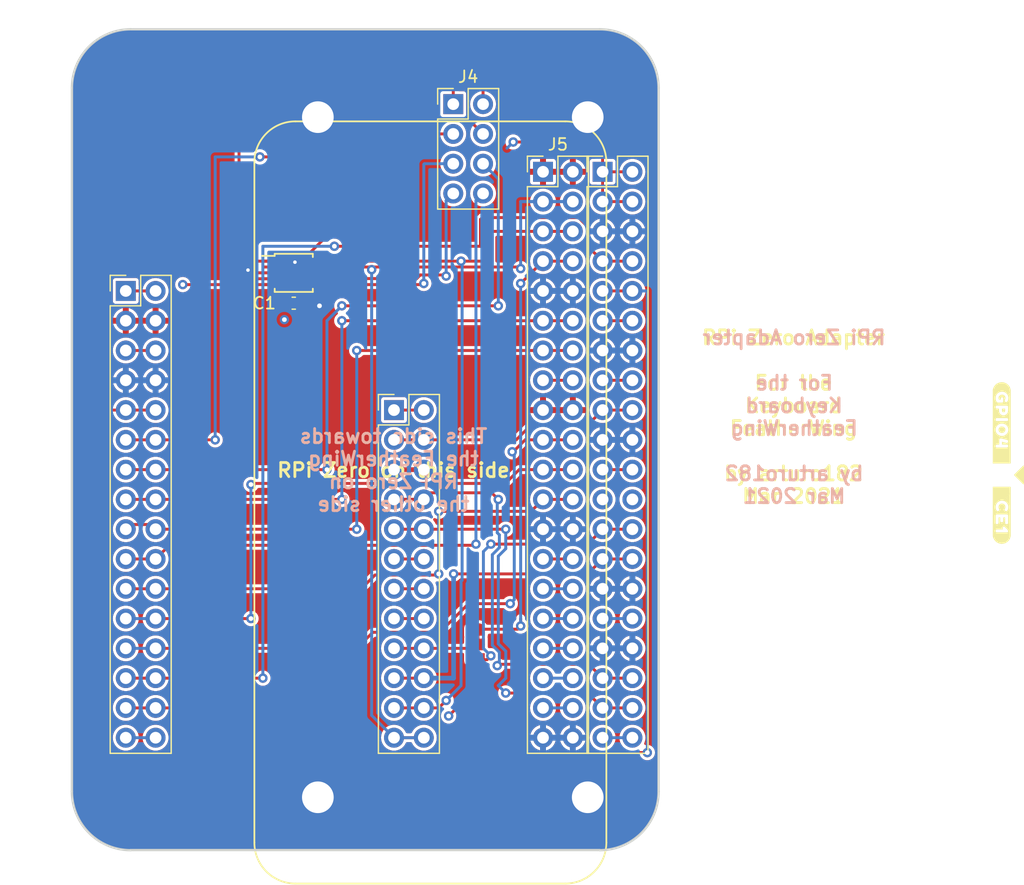
<source format=kicad_pcb>
(kicad_pcb (version 20221018) (generator pcbnew)
  (layers (0 "F.Cu" signal) (31 "B.Cu" signal) (34 "B.Paste" user) (35 "F.Paste" user) (36 "B.SilkS" user "B.Silkscreen") (37 "F.SilkS" user "F.Silkscreen") (38 "B.Mask" user) (39 "F.Mask" user) (44 "Edge.Cuts" user))
  (net 0 "")
  (net 1 "GND")
  (net 2 "+3V3")
  (net 3 "/CARD_CS")
  (net 4 "/LCD_CS")
  (net 5 "/LCD_DC")
  (net 6 "/SDA")
  (net 7 "/SCL")
  (net 8 "/NEOPIXEL")
  (net 9 "/SCK")
  (net 10 "/GPIO23")
  (net 11 "/GPIO4")
  (net 12 "/EN")
  (net 13 "/GPIO12_PWM0")
  (net 14 "/GPIO21")
  (net 15 "/COPI")
  (net 16 "/CIPO")
  (net 17 "/CE1")
  (net 18 "/GPIO22")
  (net 19 "/GPIO0")
  (net 20 "/GPIO5")
  (net 21 "/GPIO6")
  (net 22 "/GPIO13_PWM1")
  (net 23 "/GPIO19")
  (net 24 "/GPIO26")
  (net 25 "/AREF")
  (net 26 "/FA0")
  (net 27 "/FA1")
  (net 28 "/A0")
  (net 29 "/A1")
  (net 30 "/A2")
  (net 31 "/A3")
  (net 32 "/A4")
  (net 33 "/A5")
  (net 34 "/RX")
  (net 35 "/TX")
  (net 36 "/FA2")
  (net 37 "/~{RESET}")
  (net 38 "/FA5")
  (net 39 "/D4")
  (net 40 "/Vbat")
  (net 41 "+5V")
  (net 42 "/D13")
  (net 43 "/D12")
  (net 44 "/STM_CS{slash}KBD_INT")
  (net 46 "/GPIO18_PCM_CLK")
  (net 47 "/GPIO25")
  (net 48 "/GPIO8_CE0")
  (net 49 "/GPIO1_ID_SC")
  (footprint "MountingHole:MountingHole_2.7mm_M2.5" (layer "F.Cu") (at 133.96 110.49)
    (fp_text reference "REF**" hide)
    (fp_text value "MountingHole_2.7mm_M2.5")
  )
  (footprint "Package_SO:TSSOP-10_3x3mm_P0.5mm" (layer "F.Cu") (at 108.906798 65.77)
    (fp_text reference "U1" hide)
    (fp_text value "ADS1115IDGS")
  )
  (footprint "buzzardLabel" (layer "F.Cu") (at 169.25 86.25 -90)
    (fp_text reference "")
    (fp_text value "")
  )
  (footprint "Jumper:SolderJumper-3_P1.3mm_Bridged12_RoundedPad1.0x1.5mm_NumberLabels" (layer "F.Cu") (at 124.435 97.456778 -90)
    (fp_text reference "JP1" hide)
    (fp_text value "SJ_STM_KBD")
  )
  (footprint "Connector_PinHeader_2.54mm:PinHeader_2x20_P2.54mm_Vertical" (layer "F.Cu") (at 130.15 57.15)
    (fp_text reference "J5")
    (fp_text value "Conn_RPi")
  )
  (footprint "buzzardLabel" (layer "F.Cu") (at 169.25 78.75 -90)
    (fp_text reference "")
    (fp_text value "")
  )
  (footprint "Fiducial:Fiducial_0.5mm_Mask1.5mm" (layer "F.Cu") (at 94.59 111.125)
    (fp_text reference "REF**" hide)
    (fp_text value "Fiducial_0.5mm_Mask1.5mm")
  )
  (footprint "Connector_PinHeader_2.54mm:PinHeader_2x04_P2.54mm_Vertical" (layer "F.Cu") (at 122.5 51.38)
    (fp_text reference "J4")
    (fp_text value "Conn_02x04_Odd_Even")
  )
  (footprint "MountingHole:MountingHole_2.7mm_M2.5" (layer "F.Cu") (at 133.96 52.49)
    (fp_text reference "REF**" hide)
    (fp_text value "MountingHole_2.7mm_M2.5")
  )
  (footprint "Connector_PinHeader_2.54mm:PinHeader_2x16_P2.54mm_Vertical" (layer "F.Cu") (at 94.59 67.31)
    (fp_text reference "J2" hide)
    (fp_text value "Conn_Left")
  )
  (footprint "Connector_PinHeader_2.54mm:PinHeader_2x12_P2.54mm_Vertical" (layer "F.Cu") (at 117.45 77.47)
    (fp_text reference "J3" hide)
    (fp_text value "Conn_Right")
  )
  (footprint "Capacitor_SMD:C_0603_1608Metric" (layer "F.Cu") (at 108.906798 68.356778 180)
    (fp_text reference "C1")
    (fp_text value "0.1uF")
  )
  (footprint "MountingHole:MountingHole_2.7mm_M2.5" (layer "F.Cu") (at 110.96 52.49)
    (fp_text reference "REF**" hide)
    (fp_text value "MountingHole_2.7mm_M2.5")
  )
  (footprint "Connector_PinHeader_2.54mm:PinHeader_2x20_P2.54mm_Vertical" (layer "F.Cu") (at 135.23 57.15)
    (fp_text reference "J1" hide)
    (fp_text value "Conn_RPi")
  )
  (footprint "MountingHole:MountingHole_2.7mm_M2.5" (layer "F.Cu") (at 110.96 110.49)
    (fp_text reference "REF**" hide)
    (fp_text value "MountingHole_2.7mm_M2.5")
  )
  (footprint "Fiducial:Fiducial_0.5mm_Mask1.5mm" (layer "B.Cu") (at 139 92.6)
    (fp_text reference "REF**" hide)
    (fp_text value "Fiducial_0.5mm_Mask1.5mm")
  )
  (gr_poly (pts (xy 171.1 83.75) (xy 170.35 83) (xy 171.1 82.25)) (stroke (width 0.1)) (fill solid) (layer "F.SilkS"))
  (gr_arc (start 109.05 117.85) (mid 106.575126 116.824874) (end 105.55 114.35) (stroke (width 0.15)) (layer "F.SilkS"))
  (gr_line (start 132.05 52.85) (end 109.05 52.85) (stroke (width 0.15)) (layer "F.SilkS"))
  (gr_arc (start 132.05 52.85) (mid 134.524874 53.875126) (end 135.55 56.35) (stroke (width 0.15)) (layer "F.SilkS"))
  (gr_arc (start 105.55 56.35) (mid 106.575126 53.875126) (end 109.05 52.85) (stroke (width 0.15)) (layer "F.SilkS"))
  (gr_line (start 135.55 114.35) (end 135.55 56.35) (stroke (width 0.15)) (layer "F.SilkS"))
  (gr_line (start 105.55 56.35) (end 105.55 114.35) (stroke (width 0.15)) (layer "F.SilkS"))
  (gr_line (start 109.05 117.85) (end 132.05 117.85) (stroke (width 0.15)) (layer "F.SilkS"))
  (gr_arc (start 135.55 114.35) (mid 134.524874 116.824874) (end 132.05 117.85) (stroke (width 0.15)) (layer "F.SilkS"))
  (gr_line (start 90 50) (end 90 110) (stroke (width 0.2)) (layer "Edge.Cuts"))
  (gr_arc (start 95 115) (mid 91.464466 113.535534) (end 90 110) (stroke (width 0.2)) (layer "Edge.Cuts"))
  (gr_line (start 140 50) (end 140 110) (stroke (width 0.2)) (layer "Edge.Cuts"))
  (gr_arc (start 140 110) (mid 138.535534 113.535534) (end 135 115) (stroke (width 0.2)) (layer "Edge.Cuts"))
  (gr_line (start 135 114.99) (end 95 114.99) (stroke (width 0.2)) (layer "Edge.Cuts"))
  (gr_arc (start 135 45) (mid 138.535534 46.464466) (end 140 50) (stroke (width 0.2)) (layer "Edge.Cuts"))
  (gr_line (start 95 45) (end 135 45) (stroke (width 0.2)) (layer "Edge.Cuts"))
  (gr_arc (start 90 50) (mid 91.464466 46.464466) (end 95 45) (stroke (width 0.2)) (layer "Edge.Cuts"))
  (gr_text "RPi Zero Adapter\n\nFor the\nKeyboard\nFeatherWing\n\nby arturo182\nMar 2021" (at 151.55 78.054669) (layer "B.SilkS") (effects (font (size 1.2 1.2) (thickness 0.24)) (justify mirror)))
  (gr_text "This side towards\nthe FeatherWing\nRPi Zero on\nthe other side" (at 117.4 82.6) (layer "B.SilkS") (effects (font (size 1.2 1.2) (thickness 0.24)) (justify mirror)))
  (gr_text "RPi Zero Adapter\n\nFor the\nKeyboard\nFeatherWing\n\nby arturo182\nMar 2021" (at 151.5 78.054669) (layer "F.SilkS") (effects (font (size 1.2 1.2) (thickness 0.24))))
  (gr_text "RPi Zero on this side" (at 117.4 82.6) (layer "F.SilkS") (effects (font (size 1.2 1.2) (thickness 0.24))))
  (segment (start 111.1 68.58) (end 109.90502 68.58) (width 0.25) (layer "F.Cu") (net 1))
  (segment (start 106.756798 65.756778) (end 107.556798 65.756778) (width 0.25) (layer "F.Cu") (net 1))
  (segment (start 105.385 65.405) (end 105.75 65.77) (width 0.25) (layer "F.Cu") (net 1))
  (segment (start 94.59 74.93) (end 97.13 74.93) (width 0.25) (layer "F.Cu") (net 1))
  (segment (start 105.258 65.532) (end 105.385 65.405) (width 0.25) (layer "F.Cu") (net 1))
  (segment (start 106.756798 64.77) (end 105.385 64.77) (width 0.25) (layer "F.Cu") (net 1))
  (segment (start 106.756798 65.77) (end 105.655 65.77) (width 0.25) (layer "F.Cu") (net 1))
  (segment (start 137.77 72.39) (end 135.23 72.39) (width 0.25) (layer "F.Cu") (net 1))
  (segment (start 130.15 87.63) (end 132.69 87.63) (width 0.25) (layer "F.Cu") (net 1))
  (segment (start 105.385 64.77) (end 105.385 65.405) (width 0.25) (layer "F.Cu") (net 1))
  (segment (start 108.906798 64.756778) (end 109.006798 64.856778) (width 0.25) (layer "F.Cu") (net 1))
  (segment (start 105.75 65.77) (end 106.756798 65.77) (width 0.25) (layer "F.Cu") (net 1))
  (segment (start 105.004 65.532) (end 105.258 65.532) (width 0.25) (layer "F.Cu") (net 1))
  (segment (start 106.756798 64.756778) (end 108.906798 64.756778) (width 0.25) (layer "F.Cu") (net 1))
  (segment (start 109.90502 68.58) (end 109.681798 68.356778) (width 0.25) (layer "F.Cu") (net 1))
  (via (at 111.1 68.58) (size 0.8) (drill 0.4) (layers "F.Cu" "B.Cu") (net 1))
  (via (at 105.004 65.532) (size 0.6) (drill 0.3) (layers "F.Cu" "B.Cu") (net 1))
  (via (at 109.006798 64.856778) (size 0.6) (drill 0.3) (layers "F.Cu" "B.Cu") (net 1))
  (segment (start 135.23 97.79) (end 137.77 97.79) (width 0.25) (layer "B.Cu") (net 1))
  (segment (start 135.23 92.71) (end 137.77 92.71) (width 0.25) (layer "B.Cu") (net 1))
  (segment (start 135.2 72.7) (end 135.825011 72.074989) (width 0.25) (layer "B.Cu") (net 1))
  (segment (start 130.15 105.41) (end 132.69 105.41) (width 0.25) (layer "B.Cu") (net 1))
  (segment (start 110.1 65.77) (end 110.084 65.786) (width 0.25) (layer "F.Cu") (net 2))
  (segment (start 94.59 69.85) (end 97.13 69.85) (width 0.25) (layer "F.Cu") (net 2))
  (segment (start 108.106798 69.756778) (end 108.106798 68.381778) (width 0.4) (layer "F.Cu") (net 2))
  (segment (start 107.796798 69.446778) (end 108.106798 69.756778) (width 0.4) (layer "F.Cu") (net 2))
  (segment (start 111.056798 65.77) (end 110.1 65.77) (width 0.25) (layer "F.Cu") (net 2))
  (segment (start 108.106798 68.381778) (end 108.131798 68.356778) (width 0.4) (layer "F.Cu") (net 2))
  (via (at 108.106798 69.756778) (size 0.8) (drill 0.4) (layers "F.Cu" "B.Cu") (net 2))
  (segment (start 133.96 91.44) (end 122.53 91.44) (width 0.25) (layer "F.Cu") (net 3))
  (segment (start 135.23 90.17) (end 133.96 91.44) (width 0.25) (layer "F.Cu") (net 3))
  (segment (start 137.77 90.17) (end 135.23 90.17) (width 0.25) (layer "F.Cu") (net 3))
  (segment (start 116.936798 99.926778) (end 117.756798 99.926778) (width 0.25) (layer "F.Cu") (net 3))
  (segment (start 117.756798 100.33) (end 120.296798 100.33) (width 0.25) (layer "F.Cu") (net 3))
  (via (at 122.53 91.44) (size 0.8) (drill 0.4) (layers "F.Cu" "B.Cu") (net 3))
  (segment (start 122.53 100.33) (end 119.99 100.33) (width 0.4) (layer "B.Cu") (net 3))
  (segment (start 122.53 91.44) (end 122.53 100.33) (width 0.4) (layer "B.Cu") (net 3))
  (segment (start 117.756798 95.25) (end 120.296798 95.25) (width 0.25) (layer "F.Cu") (net 4))
  (segment (start 120.296798 92.71) (end 117.756798 92.71) (width 0.25) (layer "F.Cu") (net 5))
  (segment (start 116.956798 92.306778) (end 117.756798 92.306778) (width 0.25) (layer "F.Cu") (net 5))
  (segment (start 111.056798 65.256778) (end 110.331815 65.256778) (width 0.25) (layer "F.Cu") (net 6))
  (segment (start 117.756798 105.41) (end 120.296798 105.41) (width 0.25) (layer "F.Cu") (net 6))
  (segment (start 128.11 65.27) (end 111.056798 65.27) (width 0.25) (layer "F.Cu") (net 6))
  (segment (start 128.245 65.405) (end 128.11 65.27) (width 0.25) (layer "F.Cu") (net 6))
  (via (at 128.245 65.405) (size 0.8) (drill 0.4) (layers "F.Cu" "B.Cu") (net 6))
  (via (at 115.545 65.4945) (size 0.8) (drill 0.4) (layers "F.Cu" "B.Cu") (net 6))
  (segment (start 119.99 105.41) (end 117.45 105.41) (width 0.25) (layer "B.Cu") (net 6))
  (segment (start 128.245 59.69) (end 128.245 65.405) (width 0.25) (layer "B.Cu") (net 6))
  (segment (start 132.69 59.69) (end 130.15 59.69) (width 0.25) (layer "B.Cu") (net 6))
  (segment (start 132.69 59.69) (end 128.245 59.69) (width 0.25) (layer "B.Cu") (net 6))
  (segment (start 117.45 105.41) (end 115.545 103.505) (width 0.25) (layer "B.Cu") (net 6))
  (segment (start 130.15 59.69) (end 128.245 59.69) (width 0.25) (layer "B.Cu") (net 6))
  (segment (start 115.545 103.505) (end 115.545 65.4945) (width 0.25) (layer "B.Cu") (net 6))
  (segment (start 132.69 62.23) (end 125.705 62.23) (width 0.25) (layer "F.Cu") (net 7))
  (segment (start 121.26 102.87) (end 121.895 102.235) (width 0.25) (layer "F.Cu") (net 7))
  (segment (start 125.705 64.77) (end 111.056798 64.77) (width 0.25) (layer "F.Cu") (net 7))
  (segment (start 125.705 62.23) (end 125.705 64.77) (width 0.25) (layer "F.Cu") (net 7))
  (segment (start 132.69 62.23) (end 130.15 62.23) (width 0.25) (layer "F.Cu") (net 7))
  (segment (start 120.296798 102.87) (end 117.756798 102.87) (width 0.25) (layer "F.Cu") (net 7))
  (segment (start 119.99 102.87) (end 121.26 102.87) (width 0.25) (layer "F.Cu") (net 7))
  (segment (start 110.506798 64.756778) (end 111.056798 64.756778) (width 0.25) (layer "F.Cu") (net 7))
  (via (at 121.895 102.235) (size 0.8) (drill 0.4) (layers "F.Cu" "B.Cu") (net 7))
  (via (at 123.165 64.77) (size 0.8) (drill 0.4) (layers "F.Cu" "B.Cu") (net 7))
  (segment (start 123.255 91.985) (end 123.255 64.86) (width 0.25) (layer "B.Cu") (net 7))
  (segment (start 123.255 64.86) (end 123.165 64.77) (width 0.25) (layer "B.Cu") (net 7))
  (segment (start 121.895 102.235) (end 123.165 100.965) (width 0.25) (layer "B.Cu") (net 7))
  (segment (start 123.165 64.77) (end 123.165 64.5455) (width 0.25) (layer "B.Cu") (net 7))
  (segment (start 123.165 92.075) (end 123.255 91.985) (width 0.25) (layer "B.Cu") (net 7))
  (segment (start 123.165 100.965) (end 123.165 92.075) (width 0.25) (layer "B.Cu") (net 7))
  (segment (start 117.756798 90.17) (end 120.296798 90.17) (width 0.25) (layer "F.Cu") (net 8))
  (segment (start 121.165 91.535) (end 121.26 91.44) (width 0.25) (layer "F.Cu") (net 9))
  (segment (start 130.15 85.09) (end 132.69 85.09) (width 0.25) (layer "F.Cu") (net 9))
  (segment (start 115.831 91.535) (end 121.165 91.535) (width 0.25) (layer "F.Cu") (net 9))
  (segment (start 121.26 86.106) (end 129.134 86.106) (width 0.25) (layer "F.Cu") (net 9))
  (segment (start 129.134 86.106) (end 130.15 85.09) (width 0.25) (layer "F.Cu") (net 9))
  (segment (start 94.906798 92.71) (end 97.446798 92.71) (width 0.25) (layer "F.Cu") (net 9))
  (segment (start 97.13 92.71) (end 114.656 92.71) (width 0.25) (layer "F.Cu") (net 9))
  (segment (start 114.656 92.71) (end 115.831 91.535) (width 0.25) (layer "F.Cu") (net 9))
  (via (at 121.26 86.106) (size 0.8) (drill 0.4) (layers "F.Cu" "B.Cu") (net 9))
  (via (at 121.26 91.44) (size 0.8) (drill 0.4) (layers "F.Cu" "B.Cu") (net 9))
  (segment (start 121.26 91.44) (end 121.26 86.106) (width 0.25) (layer "B.Cu") (net 9))
  (segment (start 121.26 86.106) (end 121.26 86.36) (width 0.25) (layer "B.Cu") (net 9))
  (segment (start 137.77 74.93) (end 135.23 74.93) (width 0.25) (layer "F.Cu") (net 10))
  (segment (start 132.69 64.77) (end 130.15 64.77) (width 0.25) (layer "F.Cu") (net 11))
  (segment (start 128.245 95.885) (end 128.245 95.25) (width 0.25) (layer "F.Cu") (net 11))
  (segment (start 124.956798 96.056778) (end 125.056798 96.156778) (width 0.25) (layer "F.Cu") (net 11))
  (segment (start 128.245 95.885) (end 127.973222 96.156778) (width 0.25) (layer "F.Cu") (net 11))
  (segment (start 130.15 64.77) (end 128.245 66.675) (width 0.25) (layer "F.Cu") (net 11))
  (segment (start 127.973222 96.156778) (end 125.056798 96.156778) (width 0.25) (layer "F.Cu") (net 11))
  (via (at 128.245 95.885) (size 0.8) (drill 0.4) (layers "F.Cu" "B.Cu") (net 11))
  (via (at 128.245 66.675) (size 0.8) (drill 0.4) (layers "F.Cu" "B.Cu") (net 11))
  (segment (start 128.245 95.885) (end 128.245 66.675) (width 0.25) (layer "B.Cu") (net 11))
  (segment (start 117.45 80.01) (end 119.99 80.01) (width 0.25) (layer "F.Cu") (net 12))
  (segment (start 135.23 77.47) (end 133.96 78.74) (width 0.25) (layer "F.Cu") (net 12))
  (segment (start 133.96 78.74) (end 129.134 78.74) (width 0.25) (layer "F.Cu") (net 12))
  (segment (start 127.864 80.01) (end 119.99 80.01) (width 0.25) (layer "F.Cu") (net 12))
  (segment (start 129.134 78.74) (end 127.864 80.01) (width 0.25) (layer "F.Cu") (net 12))
  (segment (start 137.77 77.47) (end 135.23 77.47) (width 0.25) (layer "F.Cu") (net 12))
  (segment (start 135.23 95.25) (end 137.77 95.25) (width 0.25) (layer "B.Cu") (net 13))
  (segment (start 135.23 105.41) (end 137.77 105.41) (width 0.25) (layer "B.Cu") (net 14))
  (segment (start 127.451 94.075) (end 127.515 94.075) (width 0.25) (layer "F.Cu") (net 15))
  (segment (start 97.13 97.79) (end 114.275 97.79) (width 0.25) (layer "F.Cu") (net 15))
  (segment (start 128.626 80.01) (end 127.61 81.026) (width 0.25) (layer "F.Cu") (net 15))
  (segment (start 130.15 80.01) (end 128.626 80.01) (width 0.25) (layer "F.Cu") (net 15))
  (segment (start 121.359656 96.420344) (end 123.8 93.98) (width 0.25) (layer "F.Cu") (net 15))
  (segment (start 127.61 81.026) (end 127.5205 81.026) (width 0.25) (layer "F.Cu") (net 15))
  (segment (start 132.69 80.01) (end 130.15 80.01) (width 0.25) (layer "F.Cu") (net 15))
  (segment (start 94.126798 97.386778) (end 94.906798 97.386778) (width 0.25) (layer "F.Cu") (net 15))
  (segment (start 114.275 97.79) (end 115.644656 96.420344) (width 0.25) (layer "F.Cu") (net 15))
  (segment (start 115.644656 96.420344) (end 121.359656 96.420344) (width 0.25) (layer "F.Cu") (net 15))
  (segment (start 127.61 93.98) (end 127.515 94.075) (width 0.25) (layer "F.Cu") (net 15))
  (segment (start 123.8 93.98) (end 127.356 93.98) (width 0.25) (layer "F.Cu") (net 15))
  (segment (start 127.356 93.98) (end 127.451 94.075) (width 0.25) (layer "F.Cu") (net 15))
  (segment (start 127.261 94.075) (end 127.356 93.98) (width 0.25) (layer "F.Cu") (net 15))
  (via (at 127.5205 81.026) (size 0.8) (drill 0.4) (layers "F.Cu" "B.Cu") (net 15))
  (via (at 127.356 93.98) (size 0.8) (drill 0.4) (layers "F.Cu" "B.Cu") (net 15))
  (segment (start 127.5205 81.026) (end 127.7 81.2055) (width 0.25) (layer "B.Cu") (net 15))
  (segment (start 127.7 81.2055) (end 127.7 93.636) (width 0.25) (layer "B.Cu") (net 15))
  (segment (start 94.59 97.79) (end 97.13 97.79) (width 0.25) (layer "B.Cu") (net 15))
  (segment (start 127.7 93.636) (end 127.356 93.98) (width 0.25) (layer "B.Cu") (net 15))
  (segment (start 130.15 82.55) (end 128.118 82.55) (width 0.25) (layer "F.Cu") (net 16))
  (segment (start 126.943 83.725) (end 105.353 83.725) (width 0.25) (layer "F.Cu") (net 16))
  (segment (start 105.258 95.25) (end 97.13 95.25) (width 0.25) (layer "F.Cu") (net 16))
  (segment (start 128.118 82.55) (end 126.943 83.725) (width 0.25) (layer "F.Cu") (net 16))
  (segment (start 105.353 83.725) (end 105.258 83.82) (width 0.25) (layer "F.Cu") (net 16))
  (segment (start 132.69 82.55) (end 130.15 82.55) (width 0.25) (layer "F.Cu") (net 16))
  (via (at 105.258 95.25) (size 0.8) (drill 0.4) (layers "F.Cu" "B.Cu") (net 16))
  (via (at 105.258 83.82) (size 0.8) (drill 0.4) (layers "F.Cu" "B.Cu") (net 16))
  (segment (start 94.59 95.25) (end 97.13 95.25) (width 0.25) (layer "B.Cu") (net 16))
  (segment (start 105.258 83.82) (end 105.258 95.25) (width 0.25) (layer "B.Cu") (net 16))
  (segment (start 135.23 87.63) (end 133.96 88.9) (width 0.25) (layer "F.Cu") (net 17))
  (segment (start 133.96 88.9) (end 125.705 88.9) (width 0.25) (layer "F.Cu") (net 17))
  (segment (start 122.106798 103.556778) (end 125.056798 100.606778) (width 0.25) (layer "F.Cu") (net 17))
  (segment (start 137.77 87.63) (end 135.23 87.63) (width 0.25) (layer "F.Cu") (net 17))
  (segment (start 125.373222 98.756778) (end 125.705 98.425) (width 0.25) (layer "F.Cu") (net 17))
  (segment (start 125.056798 100.606778) (end 125.056798 98.756778) (width 0.25) (layer "F.Cu") (net 17))
  (segment (start 124.435 98.756778) (end 125.373222 98.756778) (width 0.25) (layer "F.Cu") (net 17))
  (via (at 125.705 98.425) (size 0.8) (drill 0.4) (layers "F.Cu" "B.Cu") (net 17))
  (via (at 125.705 88.9) (size 0.8) (drill 0.4) (layers "F.Cu" "B.Cu") (net 17))
  (via (at 122.106798 103.556778) (size 0.8) (drill 0.4) (layers "F.Cu" "B.Cu") (net 17))
  (segment (start 125.07 89.535) (end 125.07 97.79) (width 0.25) (layer "B.Cu") (net 17))
  (segment (start 125.07 97.79) (end 125.705 98.425) (width 0.25) (layer "B.Cu") (net 17))
  (segment (start 125.705 88.9) (end 125.07 89.535) (width 0.25) (layer "B.Cu") (net 17))
  (segment (start 132.69 74.93) (end 130.15 74.93) (width 0.25) (layer "F.Cu") (net 18))
  (segment (start 130.15 90.17) (end 132.69 90.17) (width 0.25) (layer "F.Cu") (net 19))
  (segment (start 132.69 92.71) (end 130.15 92.71) (width 0.25) (layer "B.Cu") (net 20))
  (segment (start 132.69 95.25) (end 130.15 95.25) (width 0.25) (layer "B.Cu") (net 21))
  (segment (start 132.69 97.79) (end 130.15 97.79) (width 0.25) (layer "B.Cu") (net 22))
  (segment (start 132.69 100.33) (end 130.15 100.33) (width 0.25) (layer "B.Cu") (net 23))
  (segment (start 132.69 102.87) (end 130.15 102.87) (width 0.25) (layer "B.Cu") (net 24))
  (segment (start 94.59 72.39) (end 97.13 72.39) (width 0.25) (layer "F.Cu") (net 25))
  (segment (start 94.59 77.47) (end 97.13 77.47) (width 0.25) (layer "F.Cu") (net 26))
  (segment (start 125.04 51.38) (end 125.04 47.528) (width 0.25) (layer "F.Cu") (net 26))
  (segment (start 92.558 77.47) (end 94.59 77.47) (width 0.25) (layer "F.Cu") (net 26))
  (segment (start 92.304 77.216) (end 92.558 77.47) (width 0.25) (layer "F.Cu") (net 26))
  (segment (start 92.304 47.752) (end 92.304 77.216) (width 0.25) (layer "F.Cu") (net 26))
  (segment (start 125.07 47.498) (end 92.558 47.498) (width 0.25) (layer "F.Cu") (net 26))
  (segment (start 92.558 47.498) (end 92.304 47.752) (width 0.25) (layer "F.Cu") (net 26))
  (segment (start 125.04 47.528) (end 125.07 47.498) (width 0.25) (layer "F.Cu") (net 26))
  (segment (start 97.13 80.01) (end 102.21 80.01) (width 0.25) (layer "F.Cu") (net 27))
  (segment (start 94.906798 80.01) (end 97.446798 80.01) (width 0.25) (layer "F.Cu") (net 27))
  (segment (start 120.580344 52.749656) (end 123.869656 52.749656) (width 0.25) (layer "F.Cu") (net 27))
  (segment (start 106.02 55.88) (end 117.45 55.88) (width 0.25) (layer "F.Cu") (net 27))
  (segment (start 117.45 55.88) (end 120.580344 52.749656) (width 0.25) (layer "F.Cu") (net 27))
  (segment (start 123.869656 52.749656) (end 125.04 53.92) (width 0.25) (layer "F.Cu") (net 27))
  (via (at 102.21 80.01) (size 0.8) (drill 0.4) (layers "F.Cu" "B.Cu") (net 27))
  (via (at 106.02 55.88) (size 0.8) (drill 0.4) (layers "F.Cu" "B.Cu") (net 27))
  (segment (start 102.21 55.88) (end 106.02 55.88) (width 0.25) (layer "B.Cu") (net 27))
  (segment (start 102.21 80.01) (end 102.21 55.88) (width 0.25) (layer "B.Cu") (net 27))
  (segment (start 122.53 48.514) (end 104.242 48.514) (width 0.25) (layer "F.Cu") (net 28))
  (segment (start 122.5 51.38) (end 122.5 48.544) (width 0.25) (layer "F.Cu") (net 28))
  (segment (start 106.756798 66.27) (end 104.266 66.27) (width 0.25) (layer "F.Cu") (net 28))
  (segment (start 104.242 48.514) (end 104.242 66.294) (width 0.25) (layer "F.Cu") (net 28))
  (segment (start 122.5 48.544) (end 122.53 48.514) (width 0.25) (layer "F.Cu") (net 28))
  (segment (start 104.266 66.27) (end 104.242 66.294) (width 0.25) (layer "F.Cu") (net 28))
  (segment (start 107.97746 66.77) (end 109.83 64.91746) (width 0.25) (layer "F.Cu") (net 29))
  (segment (start 109.83 64.91746) (end 109.83 64.516) (width 0.25) (layer "F.Cu") (net 29))
  (segment (start 99.416 66.802) (end 99.448 66.77) (width 0.25) (layer "F.Cu") (net 29))
  (segment (start 106.756798 66.77) (end 107.97746 66.77) (width 0.25) (layer "F.Cu") (net 29))
  (segment (start 109.83 64.516) (end 120.426 53.92) (width 0.25) (layer "F.Cu") (net 29))
  (segment (start 120.426 53.92) (end 122.5 53.92) (width 0.25) (layer "F.Cu") (net 29))
  (segment (start 106.756798 66.77) (end 99.448 66.77) (width 0.25) (layer "F.Cu") (net 29))
  (via (at 99.448 66.77) (size 0.8) (drill 0.4) (layers "F.Cu" "B.Cu") (net 29))
  (segment (start 99.416 66.802) (end 99.448 66.77) (width 0.25) (layer "B.Cu") (net 29))
  (segment (start 119.99 66.675) (end 119.895 66.77) (width 0.25) (layer "F.Cu") (net 30))
  (segment (start 119.895 66.77) (end 111.056798 66.77) (width 0.25) (layer "F.Cu") (net 30))
  (segment (start 112.106798 66.756778) (end 111.056798 66.756778) (width 0.25) (layer "F.Cu") (net 30))
  (via (at 119.99 66.675) (size 0.8) (drill 0.4) (layers "F.Cu" "B.Cu") (net 30))
  (segment (start 119.99 56.515) (end 119.99 66.675) (width 0.25) (layer "B.Cu") (net 30))
  (segment (start 120.045 56.46) (end 119.99 56.515) (width 0.25) (layer "B.Cu") (net 30))
  (segment (start 122.5 56.46) (end 120.045 56.46) (width 0.25) (layer "B.Cu") (net 30))
  (segment (start 94.906798 85.09) (end 97.446798 85.09) (width 0.25) (layer "F.Cu") (net 31))
  (segment (start 113.005 69.85) (end 130.15 69.85) (width 0.25) (layer "F.Cu") (net 31))
  (segment (start 97.13 85.09) (end 113.005 85.09) (width 0.25) (layer "F.Cu") (net 31))
  (segment (start 132.69 69.85) (end 130.15 69.85) (width 0.25) (layer "F.Cu") (net 31))
  (via (at 113.005 85.09) (size 0.8) (drill 0.4) (layers "F.Cu" "B.Cu") (net 31))
  (via (at 113.005 69.85) (size 0.8) (drill 0.4) (layers "F.Cu" "B.Cu") (net 31))
  (segment (start 113.005 85.09) (end 113.005 69.85) (width 0.25) (layer "B.Cu") (net 31))
  (segment (start 97.13 87.63) (end 114.275 87.63) (width 0.25) (layer "F.Cu") (net 32))
  (segment (start 132.69 72.39) (end 130.15 72.39) (width 0.25) (layer "F.Cu") (net 32))
  (segment (start 94.906798 87.226778) (end 97.446798 87.226778) (width 0.25) (layer "F.Cu") (net 32))
  (segment (start 114.275 72.39) (end 130.15 72.39) (width 0.25) (layer "F.Cu") (net 32))
  (via (at 114.275 72.39) (size 0.8) (drill 0.4) (layers "F.Cu" "B.Cu") (net 32))
  (via (at 114.275 87.63) (size 0.8) (drill 0.4) (layers "F.Cu" "B.Cu") (net 32))
  (segment (start 114.275 87.63) (end 114.275 72.39) (width 0.25) (layer "B.Cu") (net 32))
  (segment (start 121.805 65.95) (end 121.895 66.04) (width 0.25) (layer "F.Cu") (net 33))
  (segment (start 119.689695 65.95) (end 121.805 65.95) (width 0.25) (layer "F.Cu") (net 33))
  (segment (start 113.206798 66.256778) (end 119.382917 66.256778) (width 0.25) (layer "F.Cu") (net 33))
  (segment (start 113.206798 66.256778) (end 111.056798 66.256778) (width 0.25) (layer "F.Cu") (net 33))
  (segment (start 119.382917 66.256778) (end 119.689695 65.95) (width 0.25) (layer "F.Cu") (net 33))
  (via (at 121.895 66.04) (size 0.8) (drill 0.4) (layers "F.Cu" "B.Cu") (net 33))
  (segment (start 122.5 59) (end 121.895 59.605) (width 0.25) (layer "B.Cu") (net 33))
  (segment (start 121.895 59.605) (end 121.895 66.04) (width 0.25) (layer "B.Cu") (net 33))
  (segment (start 130.15 107.315) (end 130.785 106.68) (width 0.25) (layer "F.Cu") (net 34))
  (segment (start 94.906798 102.87) (end 97.446798 102.87) (width 0.25) (layer "F.Cu") (net 34))
  (segment (start 112.37 102.87) (end 116.815 107.315) (width 0.25) (layer "F.Cu") (net 34))
  (segment (start 139.04 106.68) (end 138.945 106.585) (width 0.25) (layer "F.Cu") (net 34))
  (segment (start 135.23 67.31) (end 137.77 67.31) (width 0.25) (layer "F.Cu") (net 34))
  (segment (start 116.815 107.315) (end 130.15 107.315) (width 0.25) (layer "F.Cu") (net 34))
  (segment (start 130.785 106.68) (end 139.04 106.68) (width 0.25) (layer "F.Cu") (net 34))
  (segment (start 97.13 102.87) (end 112.37 102.87) (width 0.25) (layer "F.Cu") (net 34))
  (via (at 139.04 106.68) (size 0.8) (drill 0.4) (layers "F.Cu" "B.Cu") (net 34))
  (segment (start 139.04 67.31) (end 139.04 106.68) (width 0.25) (layer "B.Cu") (net 34))
  (segment (start 137.77 67.31) (end 139.04 67.31) (width 0.25) (layer "B.Cu") (net 34))
  (segment (start 124.816 63.5) (end 124.816 61.214) (width 0.25) (layer "F.Cu") (net 35))
  (segment (start 133.176701 61.055) (end 134.055 61.933299) (width 0.25) (layer "F.Cu") (net 35))
  (segment (start 94.906798 100.33) (end 97.446798 100.33) (width 0.25) (layer "F.Cu") (net 35))
  (segment (start 124.816 61.214) (end 124.975 61.055) (width 0.25) (layer "F.Cu") (net 35))
  (segment (start 97.13 100.33) (end 106.274 100.33) (width 0.25) (layer "F.Cu") (net 35))
  (segment (start 112.37 63.5) (end 124.816 63.5) (width 0.25) (layer "F.Cu") (net 35))
  (segment (start 135.23 64.77) (end 137.77 64.77) (width 0.25) (layer "F.Cu") (net 35))
  (segment (start 134.055 63.595) (end 135.23 64.77) (width 0.25) (layer "F.Cu") (net 35))
  (segment (start 134.055 61.933299) (end 134.055 63.595) (width 0.25) (layer "F.Cu") (net 35))
  (segment (start 124.975 61.055) (end 133.176701 61.055) (width 0.25) (layer "F.Cu") (net 35))
  (via (at 106.274 100.33) (size 0.8) (drill 0.4) (layers "F.Cu" "B.Cu") (net 35))
  (via (at 112.37 63.5) (size 0.8) (drill 0.4) (layers "F.Cu" "B.Cu") (net 35))
  (segment (start 106.274 63.5) (end 112.37 63.5) (width 0.25) (layer "B.Cu") (net 35))
  (segment (start 106.274 100.33) (end 106.274 63.5) (width 0.25) (layer "B.Cu") (net 35))
  (segment (start 113.005 68.58) (end 126.34 68.58) (width 0.25) (layer "F.Cu") (net 36))
  (segment (start 97.13 82.55) (end 111.735 82.55) (width 0.25) (layer "F.Cu") (net 36))
  (segment (start 94.59 82.55) (end 97.13 82.55) (width 0.25) (layer "F.Cu") (net 36))
  (via (at 111.735 82.55) (size 0.8) (drill 0.4) (layers "F.Cu" "B.Cu") (net 36))
  (via (at 126.34 68.58) (size 0.8) (drill 0.4) (layers "F.Cu" "B.Cu") (net 36))
  (via (at 113.005 68.58) (size 0.8) (drill 0.4) (layers "F.Cu" "B.Cu") (net 36))
  (segment (start 111.735 69.85) (end 113.005 68.58) (width 0.25) (layer "B.Cu") (net 36))
  (segment (start 126.34 68.58) (end 126.34 57.76) (width 0.25) (layer "B.Cu") (net 36))
  (segment (start 126.34 57.76) (end 125.04 56.46) (width 0.25) (layer "B.Cu") (net 36))
  (segment (start 111.735 82.55) (end 111.735 69.85) (width 0.25) (layer "B.Cu") (net 36))
  (segment (start 94.59 67.31) (end 97.13 67.31) (width 0.25) (layer "F.Cu") (net 37))
  (segment (start 98.300344 88.999656) (end 124.335344 88.999656) (width 0.25) (layer "F.Cu") (net 38))
  (segment (start 94.59 90.17) (end 97.13 90.17) (width 0.25) (layer "F.Cu") (net 38))
  (segment (start 124.335344 88.999656) (end 124.435 88.9) (width 0.25) (layer "F.Cu") (net 38))
  (segment (start 97.13 90.17) (end 98.300344 88.999656) (width 0.25) (layer "F.Cu") (net 38))
  (via (at 124.435 88.9) (size 0.8) (drill 0.4) (layers "F.Cu" "B.Cu") (net 38))
  (segment (start 124.435 59.605) (end 125.04 59) (width 0.25) (layer "B.Cu") (net 38))
  (segment (start 124.435 88.9) (end 124.435 59.605) (width 0.25) (layer "B.Cu") (net 38))
  (segment (start 94.59 105.41) (end 97.13 105.41) (width 0.25) (layer "B.Cu") (net 39))
  (segment (start 117.45 77.47) (end 119.99 77.47) (width 0.25) (layer "F.Cu") (net 40))
  (segment (start 137.77 57.15) (end 135.23 57.15) (width 0.25) (layer "F.Cu") (net 41))
  (segment (start 137.77 59.69) (end 135.23 59.69) (width 0.25) (layer "F.Cu") (net 41))
  (segment (start 135.23 57.15) (end 135.23 55.88) (width 0.25) (layer "F.Cu") (net 41))
  (segment (start 133.96 54.61) (end 127.61 54.61) (width 0.25) (layer "F.Cu") (net 41))
  (segment (start 117.756798 82.55) (end 120.296798 82.55) (width 0.4) (layer "F.Cu") (net 41))
  (segment (start 135.23 55.88) (end 133.96 54.61) (width 0.25) (layer "F.Cu") (net 41))
  (segment (start 135.23 59.69) (end 135.23 57.15) (width 0.25) (layer "F.Cu") (net 41))
  (via (at 127.61 54.61) (size 0.8) (drill 0.4) (layers "F.Cu" "B.Cu") (net 41))
  (segment (start 127.07498 55.14502) (end 127.61 54.61) (width 0.25) (layer "B.Cu") (net 41))
  (segment (start 117.45 85.09) (end 119.672562 85.09) (width 0.25) (layer "F.Cu") (net 42))
  (segment (start 119.672562 85.09) (end 120.237562 84.525) (width 0.25) (layer "F.Cu") (net 42))
  (segment (start 125.775 84.525) (end 126.34 85.09) (width 0.25) (layer "F.Cu") (net 42))
  (segment (start 134.05 99.15) (end 135.23 100.33) (width 0.25) (layer "F.Cu") (net 42))
  (segment (start 126.2505 99.262189) (end 126.2505 99.1495) (width 0.25) (layer "F.Cu") (net 42))
  (segment (start 126.2505 99.1495) (end 126.34 99.06) (width 0.25) (layer "F.Cu") (net 42))
  (segment (start 126.34 99.06) (end 126.43 99.15) (width 0.25) (layer "F.Cu") (net 42))
  (segment (start 126.43 99.15) (end 134.05 99.15) (width 0.25) (layer "F.Cu") (net 42))
  (segment (start 137.77 100.33) (end 135.23 100.33) (width 0.25) (layer "F.Cu") (net 42))
  (segment (start 117.756798 85.09) (end 120.296798 85.09) (width 0.25) (layer "F.Cu") (net 42))
  (segment (start 120.237562 84.525) (end 125.775 84.525) (width 0.25) (layer "F.Cu") (net 42))
  (via (at 126.34 85.09) (size 0.8) (drill 0.4) (layers "F.Cu" "B.Cu") (net 42))
  (via (at 126.2505 99.262189) (size 0.8) (drill 0.4) (layers "F.Cu" "B.Cu") (net 42))
  (segment (start 126.43 98.124695) (end 125.832 97.526695) (width 0.25) (layer "B.Cu") (net 42))
  (segment (start 126.25 85.18) (end 126.34 85.09) (width 0.25) (layer "B.Cu") (net 42))
  (segment (start 126.43 89.200305) (end 126.43 88.110305) (width 0.25) (layer "B.Cu") (net 42))
  (segment (start 126.25 87.930305) (end 126.25 85.18) (width 0.25) (layer "B.Cu") (net 42))
  (segment (start 125.832 89.798305) (end 126.43 89.200305) (width 0.25) (layer "B.Cu") (net 42))
  (segment (start 126.43 88.110305) (end 126.25 87.930305) (width 0.25) (layer "B.Cu") (net 42))
  (segment (start 125.832 97.526695) (end 125.832 89.798305) (width 0.25) (layer "B.Cu") (net 42))
  (segment (start 126.43 99.082689) (end 126.43 98.124695) (width 0.25) (layer "B.Cu") (net 42))
  (segment (start 126.2505 99.262189) (end 126.43 99.082689) (width 0.25) (layer "B.Cu") (net 42))
  (segment (start 133.96 101.6) (end 126.975 101.6) (width 0.25) (layer "F.Cu") (net 43))
  (segment (start 137.77 102.87) (end 135.23 102.87) (width 0.25) (layer "F.Cu") (net 43))
  (segment (start 126.975 87.63) (end 119.99 87.63) (width 0.25) (layer "F.Cu") (net 43))
  (segment (start 135.23 102.87) (end 133.96 101.6) (width 0.25) (layer "F.Cu") (net 43))
  (segment (start 117.756798 87.63) (end 120.296798 87.63) (width 0.25) (layer "F.Cu") (net 43))
  (via (at 126.975 101.6) (size 0.8) (drill 0.4) (layers "F.Cu" "B.Cu") (net 43))
  (via (at 126.975 87.63) (size 0.8) (drill 0.4) (layers "F.Cu" "B.Cu") (net 43))
  (segment (start 126.975 101.6) (end 126.34 100.965) (width 0.25) (layer "B.Cu") (net 43))
  (segment (start 126.975 89.291701) (end 126.975 87.63) (width 0.25) (layer "B.Cu") (net 43))
  (segment (start 126.34 100.965) (end 126.9755 100.3295) (width 0.25) (layer "B.Cu") (net 43))
  (segment (start 126.34 89.926701) (end 126.975 89.291701) (width 0.25) (layer "B.Cu") (net 43))
  (segment (start 126.9755 100.3295) (end 126.9755 98.033799) (width 0.25) (layer "B.Cu") (net 43))
  (segment (start 126.34 97.398299) (end 126.34 89.926701) (width 0.25) (layer "B.Cu") (net 43))
  (segment (start 126.9755 98.033799) (end 126.34 97.398299) (width 0.25) (layer "B.Cu") (net 43))
  (segment (start 124.986798 97.386778) (end 125.056798 97.456778) (width 0.25) (layer "F.Cu") (net 44))
  (segment (start 120.296798 97.79) (end 117.756798 97.79) (width 0.25) (layer "F.Cu") (net 44))
  (segment (start 124.723576 97.79) (end 125.056798 97.456778) (width 0.25) (layer "F.Cu") (net 44))
  (segment (start 119.99 97.79) (end 124.723576 97.79) (width 0.25) (layer "F.Cu") (net 44))
  (segment (start 135.23 69.85) (end 137.77 69.85) (width 0.25) (layer "F.Cu") (net 46))
  (segment (start 137.77 82.55) (end 135.23 82.55) (width 0.25) (layer "F.Cu") (net 47))
  (zone (net 2) (net_name "+3V3") (layer "F.Cu") (connect_pads (clearance 0.254)) (min_thickness 0.254) (fill yes (thermal_gap 0.254) (thermal_bridge_width 0.508))
    (polygon (pts (xy 143 118) (xy 92 117.5) (xy 87 117.5) (xy 86.806798 111.456778) (xy 87 42.5) (xy 143 43)))
  )
  (zone (net 1) (net_name "GND") (layer "B.Cu") (priority 1) (connect_pads (clearance 0.254)) (min_thickness 0.254) (fill yes (thermal_gap 0.254) (thermal_bridge_width 0.508))
    (polygon (pts (xy 88.875 44.45) (xy 142.85 44.45) (xy 142.85 116.84) (xy 89.51 116.84)))
  )
)
</source>
